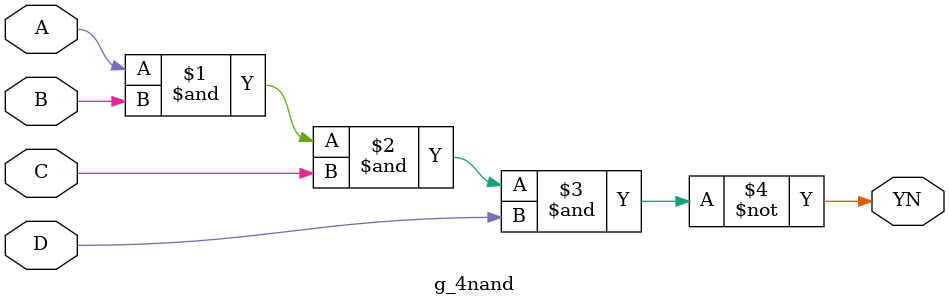
<source format=v>
module g_4nand (YN, A, B, C, D);

   input A, B, C, D;
   output YN;

   nand (YN, A, B, C, D);

endmodule // g_4nand

</source>
